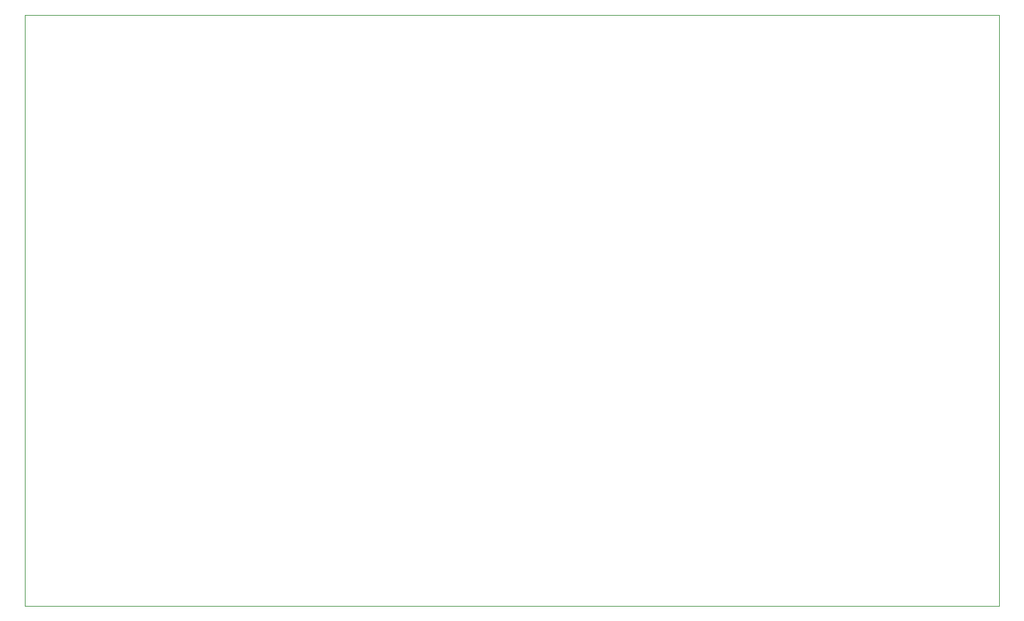
<source format=gm1>
G04 #@! TF.GenerationSoftware,KiCad,Pcbnew,(5.1.7)-1*
G04 #@! TF.CreationDate,2020-11-10T13:01:16-06:00*
G04 #@! TF.ProjectId,MCU breakout board,4d435520-6272-4656-916b-6f757420626f,rev?*
G04 #@! TF.SameCoordinates,Original*
G04 #@! TF.FileFunction,Profile,NP*
%FSLAX46Y46*%
G04 Gerber Fmt 4.6, Leading zero omitted, Abs format (unit mm)*
G04 Created by KiCad (PCBNEW (5.1.7)-1) date 2020-11-10 13:01:16*
%MOMM*%
%LPD*%
G01*
G04 APERTURE LIST*
G04 #@! TA.AperFunction,Profile*
%ADD10C,0.050000*%
G04 #@! TD*
G04 APERTURE END LIST*
D10*
X51917600Y-79832200D02*
X51917600Y-123698000D01*
X177977800Y-79832200D02*
X51917600Y-79832200D01*
X177977800Y-156413200D02*
X177977800Y-79832200D01*
X51917600Y-156413200D02*
X177977800Y-156413200D01*
X51917600Y-123698000D02*
X51917600Y-156413200D01*
M02*

</source>
